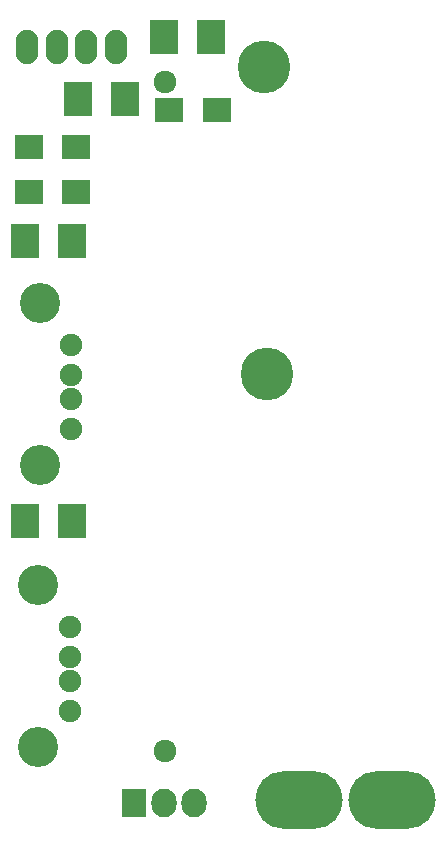
<source format=gbr>
G04 #@! TF.FileFunction,Soldermask,Top*
%FSLAX46Y46*%
G04 Gerber Fmt 4.6, Leading zero omitted, Abs format (unit mm)*
G04 Created by KiCad (PCBNEW 4.0.1-3.201512221401+6198~38~ubuntu15.10.1-stable) date Fri 14 Oct 2016 06:40:47 AM PDT*
%MOMM*%
G01*
G04 APERTURE LIST*
%ADD10C,0.100000*%
%ADD11C,4.464000*%
%ADD12R,2.400000X2.000000*%
%ADD13R,2.400000X2.900000*%
%ADD14R,2.127200X2.432000*%
%ADD15O,2.127200X2.432000*%
%ADD16C,1.901140*%
%ADD17C,3.399740*%
%ADD18C,1.924000*%
%ADD19O,7.400000X4.900000*%
%ADD20O,1.901140X2.899360*%
G04 APERTURE END LIST*
D10*
D11*
X189375000Y-116935000D03*
D12*
X181120000Y-94625000D03*
X185120000Y-94625000D03*
D13*
X177345000Y-93625000D03*
X173345000Y-93625000D03*
X180660000Y-88390000D03*
X184660000Y-88390000D03*
D12*
X169205000Y-97695000D03*
X173205000Y-97695000D03*
X169205000Y-101545000D03*
X173205000Y-101545000D03*
D13*
X172875000Y-129370000D03*
X168875000Y-129370000D03*
X168895000Y-105720000D03*
X172895000Y-105720000D03*
D14*
X178135000Y-153240000D03*
D15*
X180675000Y-153240000D03*
X183215000Y-153240000D03*
D16*
X172682000Y-145462000D03*
X172682000Y-142922000D03*
X172682000Y-140890000D03*
X172682000Y-138350000D03*
D17*
X170015000Y-148510000D03*
X170015000Y-134794000D03*
D16*
X172792000Y-121592000D03*
X172792000Y-119052000D03*
X172792000Y-117020000D03*
X172792000Y-114480000D03*
D17*
X170125000Y-124640000D03*
X170125000Y-110924000D03*
D18*
X180765000Y-92180000D03*
X180765000Y-148880000D03*
D19*
X200000000Y-152995000D03*
X192100000Y-152995000D03*
D20*
X171575000Y-89235000D03*
X169075000Y-89235000D03*
X174075000Y-89235000D03*
X176575000Y-89235000D03*
D11*
X189155000Y-90975000D03*
M02*

</source>
